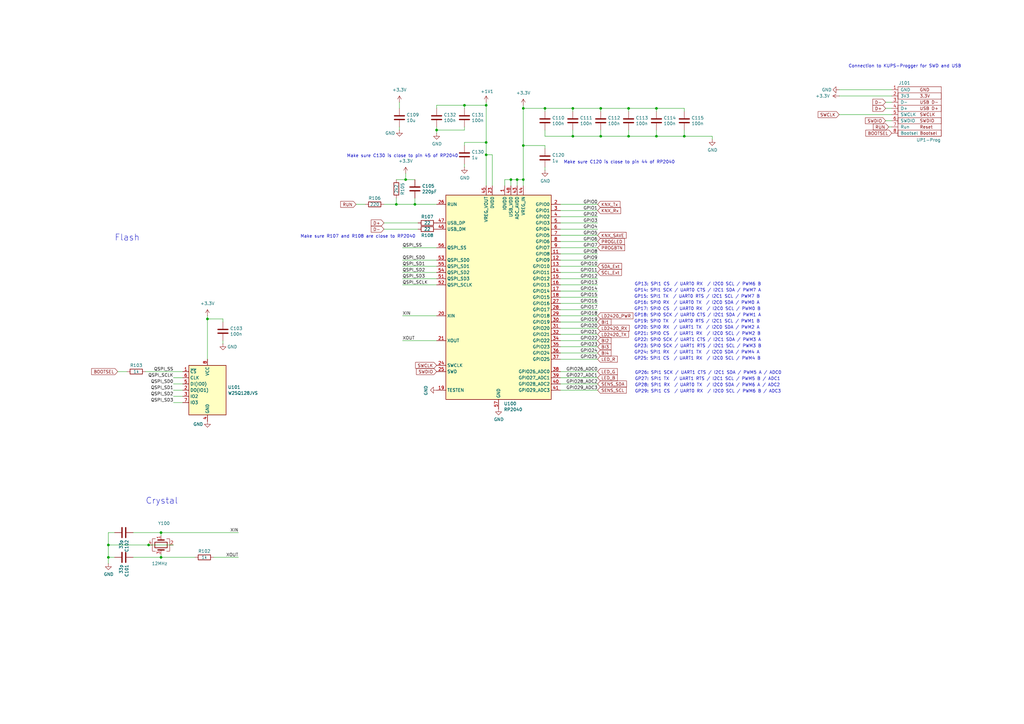
<source format=kicad_sch>
(kicad_sch (version 20231120) (generator "eeschema") (generator_version "8.0")
  (paper "A3")
  (title_block (title "UP1-PM-HF") (date "2025-02-05") (rev "V00.10") (company "OpenKNX") (comment 1 "by Ing-Dom <dom@ing-dom.de>") (comment 2 "OpenKNX Open Hardware under CC BY-NC-SA 4.0") (comment 3 "UP1-Präsenzmelder+") (comment 4 "http://device.OpenKNX.de/UP1-PM-HF"))
  (lib_symbols
    (symbol "Device:C" (pin_numbers hide) (pin_names (offset 0.254))
      (property "Reference" "C" (at 0.635 2.54 0))
      (property "Value" "C" (at 0.635 -2.54 0))
      (symbol "C_0_1"
        (polyline (pts (xy -2.032 -0.762) (xy 2.032 -0.762)) (stroke (width 0.508)))
        (polyline (pts (xy -2.032 0.762) (xy 2.032 0.762)) (stroke (width 0.508)))
      )
      (symbol "C_1_1"
        (pin passive line (at 0 3.81 270) (length 2.794) (name "~") (number "1"))
        (pin passive line (at 0 -3.81 90) (length 2.794) (name "~") (number "2"))
      )
    )
    (symbol "Device:Crystal_GND24" (pin_names (offset 1.016) hide)
      (property "Reference" "Y" (at 3.175 5.08 0))
      (property "Value" "Crystal_GND24" (at 3.175 3.175 0))
      (symbol "Crystal_GND24_0_1"
        (rectangle (start -1.143 2.54) (end 1.143 -2.54) (stroke (width 0.3048)))
        (polyline (pts (xy -2.54 0) (xy -2.032 0)))
        (polyline (pts (xy -2.032 -1.27) (xy -2.032 1.27)) (stroke (width 0.508)))
        (polyline (pts (xy 0 -3.81) (xy 0 -3.556)))
        (polyline (pts (xy 0 3.556) (xy 0 3.81)))
        (polyline (pts (xy 2.032 -1.27) (xy 2.032 1.27)) (stroke (width 0.508)))
        (polyline (pts (xy 2.032 0) (xy 2.54 0)))
        (polyline (pts (xy -2.54 -2.286) (xy -2.54 -3.556) (xy 2.54 -3.556) (xy 2.54 -2.286)))
        (polyline (pts (xy -2.54 2.286) (xy -2.54 3.556) (xy 2.54 3.556) (xy 2.54 2.286)))
      )
      (symbol "Crystal_GND24_1_1"
        (pin passive line (at -3.81 0 0) (length 1.27) (name "1") (number "1"))
        (pin passive line (at 0 5.08 270) (length 1.27) (name "2") (number "2"))
        (pin passive line (at 3.81 0 180) (length 1.27) (name "3") (number "3"))
        (pin passive line (at 0 -5.08 90) (length 1.27) (name "4") (number "4"))
      )
    )
    (symbol "Device:R" (pin_numbers hide) (pin_names (offset 0))
      (property "Reference" "R" (at 2.032 0 90))
      (property "Value" "R" (at 0 0 90))
      (symbol "R_0_1"
        (rectangle (start -1.016 -2.54) (end 1.016 2.54) (stroke (width 0.254)))
      )
      (symbol "R_1_1"
        (pin passive line (at 0 3.81 270) (length 1.27) (name "~") (number "1"))
        (pin passive line (at 0 -3.81 90) (length 1.27) (name "~") (number "2"))
      )
    )
    (symbol "MCU_RaspberryPi:RP2040"
      (property "Reference" "U" (at 17.78 45.72 0))
      (property "Value" "RP2040" (at 17.78 43.18 0))
      (symbol "RP2040_0_1"
        (rectangle (start -21.59 41.91) (end 21.59 -41.91) (stroke (width 0.254)) (fill (type background)))
      )
      (symbol "RP2040_1_1"
        (pin power_in line (at 2.54 45.72 270) (length 3.81) (name "IOVDD") (number "1"))
        (pin passive line (at 2.54 45.72 270) (length 3.81) hide (name "IOVDD") (number "10"))
        (pin bidirectional line (at 25.4 17.78 180) (length 3.81) (name "GPIO8") (number "11"))
        (pin bidirectional line (at 25.4 15.24 180) (length 3.81) (name "GPIO9") (number "12"))
        (pin bidirectional line (at 25.4 12.7 180) (length 3.81) (name "GPIO10") (number "13"))
        (pin bidirectional line (at 25.4 10.16 180) (length 3.81) (name "GPIO11") (number "14"))
        (pin bidirectional line (at 25.4 7.62 180) (length 3.81) (name "GPIO12") (number "15"))
        (pin bidirectional line (at 25.4 5.08 180) (length 3.81) (name "GPIO13") (number "16"))
        (pin bidirectional line (at 25.4 2.54 180) (length 3.81) (name "GPIO14") (number "17"))
        (pin bidirectional line (at 25.4 0 180) (length 3.81) (name "GPIO15") (number "18"))
        (pin input line (at -25.4 -38.1 0) (length 3.81) (name "TESTEN") (number "19"))
        (pin bidirectional line (at 25.4 38.1 180) (length 3.81) (name "GPIO0") (number "2"))
        (pin input line (at -25.4 -7.62 0) (length 3.81) (name "XIN") (number "20"))
        (pin passive line (at -25.4 -17.78 0) (length 3.81) (name "XOUT") (number "21"))
        (pin passive line (at 2.54 45.72 270) (length 3.81) hide (name "IOVDD") (number "22"))
        (pin power_in line (at -2.54 45.72 270) (length 3.81) (name "DVDD") (number "23"))
        (pin input line (at -25.4 -27.94 0) (length 3.81) (name "SWCLK") (number "24"))
        (pin bidirectional line (at -25.4 -30.48 0) (length 3.81) (name "SWD") (number "25"))
        (pin input line (at -25.4 38.1 0) (length 3.81) (name "RUN") (number "26"))
        (pin bidirectional line (at 25.4 -2.54 180) (length 3.81) (name "GPIO16") (number "27"))
        (pin bidirectional line (at 25.4 -5.08 180) (length 3.81) (name "GPIO17") (number "28"))
        (pin bidirectional line (at 25.4 -7.62 180) (length 3.81) (name "GPIO18") (number "29"))
        (pin bidirectional line (at 25.4 35.56 180) (length 3.81) (name "GPIO1") (number "3"))
        (pin bidirectional line (at 25.4 -10.16 180) (length 3.81) (name "GPIO19") (number "30"))
        (pin bidirectional line (at 25.4 -12.7 180) (length 3.81) (name "GPIO20") (number "31"))
        (pin bidirectional line (at 25.4 -15.24 180) (length 3.81) (name "GPIO21") (number "32"))
        (pin passive line (at 2.54 45.72 270) (length 3.81) hide (name "IOVDD") (number "33"))
        (pin bidirectional line (at 25.4 -17.78 180) (length 3.81) (name "GPIO22") (number "34"))
        (pin bidirectional line (at 25.4 -20.32 180) (length 3.81) (name "GPIO23") (number "35"))
        (pin bidirectional line (at 25.4 -22.86 180) (length 3.81) (name "GPIO24") (number "36"))
        (pin bidirectional line (at 25.4 -25.4 180) (length 3.81) (name "GPIO25") (number "37"))
        (pin bidirectional line (at 25.4 -30.48 180) (length 3.81) (name "GPIO26_ADC0") (number "38"))
        (pin bidirectional line (at 25.4 -33.02 180) (length 3.81) (name "GPIO27_ADC1") (number "39"))
        (pin bidirectional line (at 25.4 33.02 180) (length 3.81) (name "GPIO2") (number "4"))
        (pin bidirectional line (at 25.4 -35.56 180) (length 3.81) (name "GPIO28_ADC2") (number "40"))
        (pin bidirectional line (at 25.4 -38.1 180) (length 3.81) (name "GPIO29_ADC3") (number "41"))
        (pin passive line (at 2.54 45.72 270) (length 3.81) hide (name "IOVDD") (number "42"))
        (pin power_in line (at 7.62 45.72 270) (length 3.81) (name "ADC_AVDD") (number "43"))
        (pin power_in line (at 10.16 45.72 270) (length 3.81) (name "VREG_IN") (number "44"))
        (pin power_out line (at -5.08 45.72 270) (length 3.81) (name "VREG_VOUT") (number "45"))
        (pin bidirectional line (at -25.4 27.94 0) (length 3.81) (name "USB_DM") (number "46"))
        (pin bidirectional line (at -25.4 30.48 0) (length 3.81) (name "USB_DP") (number "47"))
        (pin power_in line (at 5.08 45.72 270) (length 3.81) (name "USB_VDD") (number "48"))
        (pin passive line (at 2.54 45.72 270) (length 3.81) hide (name "IOVDD") (number "49"))
        (pin bidirectional line (at 25.4 30.48 180) (length 3.81) (name "GPIO3") (number "5"))
        (pin passive line (at -2.54 45.72 270) (length 3.81) hide (name "DVDD") (number "50"))
        (pin bidirectional line (at -25.4 7.62 0) (length 3.81) (name "QSPI_SD3") (number "51"))
        (pin output line (at -25.4 5.08 0) (length 3.81) (name "QSPI_SCLK") (number "52"))
        (pin bidirectional line (at -25.4 15.24 0) (length 3.81) (name "QSPI_SD0") (number "53"))
        (pin bidirectional line (at -25.4 10.16 0) (length 3.81) (name "QSPI_SD2") (number "54"))
        (pin bidirectional line (at -25.4 12.7 0) (length 3.81) (name "QSPI_SD1") (number "55"))
        (pin bidirectional line (at -25.4 20.32 0) (length 3.81) (name "QSPI_SS") (number "56"))
        (pin power_in line (at 0 -45.72 90) (length 3.81) (name "GND") (number "57"))
        (pin bidirectional line (at 25.4 27.94 180) (length 3.81) (name "GPIO4") (number "6"))
        (pin bidirectional line (at 25.4 25.4 180) (length 3.81) (name "GPIO5") (number "7"))
        (pin bidirectional line (at 25.4 22.86 180) (length 3.81) (name "GPIO6") (number "8"))
        (pin bidirectional line (at 25.4 20.32 180) (length 3.81) (name "GPIO7") (number "9"))
      )
    )
    (symbol "Memory_Flash:W25Q128JVS"
      (property "Reference" "U" (at -6.35 11.43 0))
      (property "Value" "W25Q128JVS" (at 7.62 11.43 0))
      (symbol "W25Q128JVS_0_1"
        (rectangle (start -7.62 10.16) (end 7.62 -10.16) (stroke (width 0.254)) (fill (type background)))
      )
      (symbol "W25Q128JVS_1_1"
        (pin input line (at -10.16 7.62 0) (length 2.54) (name "~{CS}") (number "1"))
        (pin bidirectional line (at -10.16 0 0) (length 2.54) (name "DO(IO1)") (number "2"))
        (pin bidirectional line (at -10.16 -2.54 0) (length 2.54) (name "IO2") (number "3"))
        (pin power_in line (at 0 -12.7 90) (length 2.54) (name "GND") (number "4"))
        (pin bidirectional line (at -10.16 2.54 0) (length 2.54) (name "DI(IO0)") (number "5"))
        (pin input line (at -10.16 5.08 0) (length 2.54) (name "CLK") (number "6"))
        (pin bidirectional line (at -10.16 -5.08 0) (length 2.54) (name "IO3") (number "7"))
        (pin power_in line (at 0 12.7 270) (length 2.54) (name "VCC") (number "8"))
      )
    )
    (symbol "OpenKNX:OpenKNX_UP1_Prog_Connector" (pin_names (offset 1.016))
      (property "Reference" "J" (at 10.16 13.97 0))
      (property "Value" "UP1_Prog_Connector" (at 1.27 -13.97 0))
      (symbol "OpenKNX_UP1_Prog_Connector_0_0"
        (rectangle (start -5.08 -5.08) (end 12.7 -7.62))
        (rectangle (start -5.08 0) (end 12.7 -2.54))
        (rectangle (start -5.08 5.08) (end 12.7 2.54))
        (rectangle (start -5.08 10.16) (end 12.7 7.62))
        (rectangle (start -5.08 12.7) (end 12.7 -7.62))
      )
      (symbol "OpenKNX_UP1_Prog_Connector_1_0"
        (text "3.3V" (at 3.81 8.89 0) (effects (font (size 1.27 1.27)) (justify right)))
        (text "Bootsel" (at 3.81 -6.35 0) (effects (font (size 1.27 1.27)) (justify right)))
        (text "GND" (at 3.81 11.43 0) (effects (font (size 1.27 1.27)) (justify right)))
        (text "Reset" (at 3.81 -3.81 0) (effects (font (size 1.27 1.27)) (justify right)))
        (text "SWCLK" (at 3.81 1.27 0) (effects (font (size 1.27 1.27)) (justify right)))
        (text "SWDIO" (at 3.81 -1.27 0) (effects (font (size 1.27 1.27)) (justify right)))
        (text "USB D+" (at 3.81 3.81 0) (effects (font (size 1.27 1.27)) (justify right)))
        (text "USB D-" (at 3.81 6.35 0) (effects (font (size 1.27 1.27)) (justify right)))
      )
      (symbol "OpenKNX_UP1_Prog_Connector_1_1"
        (pin bidirectional line (at 15.24 11.43 180) (length 2.54) (name "GND") (number "1"))
        (pin bidirectional line (at 15.24 8.89 180) (length 2.54) (name "3V3") (number "2"))
        (pin bidirectional line (at 15.24 6.35 180) (length 2.54) (name "D-") (number "3"))
        (pin bidirectional line (at 15.24 3.81 180) (length 2.54) (name "D+") (number "4"))
        (pin bidirectional line (at 15.24 1.27 180) (length 2.54) (name "SWCLK") (number "5"))
        (pin bidirectional line (at 15.24 -1.27 180) (length 2.54) (name "SWDIO") (number "6"))
        (pin bidirectional line (at 15.24 -3.81 180) (length 2.54) (name "Run") (number "7"))
        (pin power_out line (at 15.24 -6.35 180) (length 2.54) (name "Bootsel") (number "8"))
      )
    )
    (symbol "power:+1V1" (power) (pin_numbers hide) (pin_names (offset 0) hide)
      (property "Value" "+1V1" (at 0 3.556 0))
      (symbol "+1V1_0_1"
        (polyline (pts (xy -0.762 1.27) (xy 0 2.54)))
        (polyline (pts (xy 0 0) (xy 0 2.54)))
        (polyline (pts (xy 0 2.54) (xy 0.762 1.27)))
      )
      (symbol "+1V1_1_1"
        (pin power_in line (at 0 0 90) (length 0) (name "~") (number "1"))
      )
    )
    (symbol "power:+3.3V" (power) (pin_numbers hide) (pin_names (offset 0) hide)
      (property "Value" "+3.3V" (at 0 3.556 0))
      (symbol "+3.3V_0_1"
        (polyline (pts (xy -0.762 1.27) (xy 0 2.54)))
        (polyline (pts (xy 0 0) (xy 0 2.54)))
        (polyline (pts (xy 0 2.54) (xy 0.762 1.27)))
      )
      (symbol "+3.3V_1_1"
        (pin power_in line (at 0 0 90) (length 0) (name "~") (number "1"))
      )
    )
    (symbol "power:GND" (power) (pin_numbers hide) (pin_names (offset 0) hide)
      (property "Value" "GND" (at 0 -3.81 0))
      (symbol "GND_0_1"
        (polyline (pts (xy 0 0) (xy 0 -1.27) (xy 1.27 -1.27) (xy 0 -2.54) (xy -1.27 -1.27) (xy 0 -1.27)))
      )
      (symbol "GND_1_1"
        (pin power_in line (at 0 0 270) (length 0) (name "~") (number "1"))
      )
    )
  )
  (junction (at 66.04 218.44))
  (junction (at 179.07 53.34))
  (junction (at 223.52 44.45))
  (junction (at 199.39 63.5))
  (junction (at 214.63 44.45))
  (junction (at 269.24 55.88))
  (junction (at 234.95 44.45))
  (junction (at 66.04 228.6))
  (junction (at 257.81 44.45))
  (junction (at 162.56 83.82))
  (junction (at 212.09 73.66))
  (junction (at 214.63 59.69))
  (junction (at 199.39 58.42))
  (junction (at 257.81 55.88))
  (junction (at 166.37 73.66))
  (junction (at 85.09 130.81))
  (junction (at 44.45 223.52))
  (junction (at 234.95 55.88))
  (junction (at 170.18 83.82))
  (junction (at 199.39 43.18))
  (junction (at 269.24 44.45))
  (junction (at 190.5 43.18))
  (junction (at 214.63 73.66))
  (junction (at 60.96 223.52))
  (junction (at 246.38 55.88))
  (junction (at 246.38 44.45))
  (junction (at 280.67 55.88))
  (junction (at 209.55 73.66))
  (junction (at 44.45 228.6))
  (wire (pts (xy 71.12 223.52) (xy 60.96 223.52)))
  (wire (pts (xy 229.87 132.08) (xy 245.11 132.08)))
  (wire (pts (xy 229.87 142.24) (xy 245.11 142.24)))
  (wire (pts (xy 199.39 58.42) (xy 199.39 63.5)))
  (wire (pts (xy 46.99 218.44) (xy 44.45 218.44)))
  (wire (pts (xy 48.26 152.4) (xy 52.07 152.4)))
  (wire (pts (xy 229.87 104.14) (xy 245.11 104.14)))
  (wire (pts (xy 46.99 228.6) (xy 44.45 228.6)))
  (wire (pts (xy 229.87 129.54) (xy 245.11 129.54)))
  (wire (pts (xy 344.17 46.99) (xy 365.76 46.99)))
  (wire (pts (xy 280.67 45.72) (xy 280.67 44.45)))
  (wire (pts (xy 87.63 228.6) (xy 97.79 228.6)))
  (wire (pts (xy 199.39 43.18) (xy 199.39 58.42)))
  (wire (pts (xy 166.37 71.12) (xy 166.37 73.66)))
  (wire (pts (xy 363.22 49.53) (xy 365.76 49.53)))
  (wire (pts (xy 157.48 83.82) (xy 162.56 83.82)))
  (wire (pts (xy 44.45 223.52) (xy 44.45 228.6)))
  (wire (pts (xy 229.87 83.82) (xy 245.11 83.82)))
  (wire (pts (xy 280.67 53.34) (xy 280.67 55.88)))
  (wire (pts (xy 234.95 53.34) (xy 234.95 55.88)))
  (wire (pts (xy 190.5 59.69) (xy 190.5 58.42)))
  (wire (pts (xy 146.05 83.82) (xy 149.86 83.82)))
  (wire (pts (xy 229.87 127) (xy 245.11 127)))
  (wire (pts (xy 179.07 53.34) (xy 190.5 53.34)))
  (wire (pts (xy 363.22 44.45) (xy 365.76 44.45)))
  (wire (pts (xy 214.63 44.45) (xy 214.63 59.69)))
  (wire (pts (xy 257.81 44.45) (xy 269.24 44.45)))
  (wire (pts (xy 71.12 160.02) (xy 74.93 160.02)))
  (wire (pts (xy 229.87 96.52) (xy 245.11 96.52)))
  (wire (pts (xy 162.56 83.82) (xy 170.18 83.82)))
  (wire (pts (xy 170.18 81.28) (xy 170.18 83.82)))
  (wire (pts (xy 229.87 99.06) (xy 245.11 99.06)))
  (wire (pts (xy 71.12 157.48) (xy 74.93 157.48)))
  (wire (pts (xy 229.87 93.98) (xy 245.11 93.98)))
  (wire (pts (xy 85.09 130.81) (xy 85.09 147.32)))
  (wire (pts (xy 234.95 44.45) (xy 246.38 44.45)))
  (wire (pts (xy 229.87 91.44) (xy 245.11 91.44)))
  (wire (pts (xy 162.56 81.28) (xy 162.56 83.82)))
  (wire (pts (xy 171.45 93.98) (xy 157.48 93.98)))
  (wire (pts (xy 166.37 73.66) (xy 162.56 73.66)))
  (wire (pts (xy 179.07 44.45) (xy 179.07 43.18)))
  (wire (pts (xy 190.5 67.31) (xy 190.5 68.58)))
  (wire (pts (xy 229.87 111.76) (xy 245.11 111.76)))
  (wire (pts (xy 71.12 162.56) (xy 74.93 162.56)))
  (wire (pts (xy 201.93 76.2) (xy 201.93 63.5)))
  (wire (pts (xy 229.87 106.68) (xy 245.11 106.68)))
  (wire (pts (xy 344.17 36.83) (xy 365.76 36.83)))
  (wire (pts (xy 165.1 114.3) (xy 179.07 114.3)))
  (wire (pts (xy 344.17 39.37) (xy 365.76 39.37)))
  (wire (pts (xy 179.07 43.18) (xy 190.5 43.18)))
  (wire (pts (xy 229.87 137.16) (xy 245.11 137.16)))
  (wire (pts (xy 229.87 88.9) (xy 245.11 88.9)))
  (wire (pts (xy 280.67 55.88) (xy 269.24 55.88)))
  (wire (pts (xy 269.24 44.45) (xy 280.67 44.45)))
  (wire (pts (xy 190.5 53.34) (xy 190.5 52.07)))
  (wire (pts (xy 246.38 55.88) (xy 234.95 55.88)))
  (wire (pts (xy 71.12 165.1) (xy 74.93 165.1)))
  (wire (pts (xy 229.87 157.48) (xy 245.11 157.48)))
  (wire (pts (xy 201.93 63.5) (xy 199.39 63.5)))
  (wire (pts (xy 91.44 130.81) (xy 85.09 130.81)))
  (wire (pts (xy 229.87 116.84) (xy 245.11 116.84)))
  (wire (pts (xy 199.39 63.5) (xy 199.39 76.2)))
  (wire (pts (xy 59.69 152.4) (xy 74.93 152.4)))
  (wire (pts (xy 54.61 218.44) (xy 66.04 218.44)))
  (wire (pts (xy 229.87 119.38) (xy 245.11 119.38)))
  (wire (pts (xy 269.24 53.34) (xy 269.24 55.88)))
  (wire (pts (xy 229.87 152.4) (xy 245.11 152.4)))
  (wire (pts (xy 179.07 101.6) (xy 165.1 101.6)))
  (wire (pts (xy 66.04 219.71) (xy 66.04 218.44)))
  (wire (pts (xy 229.87 124.46) (xy 245.11 124.46)))
  (wire (pts (xy 207.01 73.66) (xy 209.55 73.66)))
  (wire (pts (xy 223.52 68.58) (xy 223.52 69.85)))
  (wire (pts (xy 44.45 218.44) (xy 44.45 223.52)))
  (wire (pts (xy 190.5 43.18) (xy 199.39 43.18)))
  (wire (pts (xy 212.09 73.66) (xy 214.63 73.66)))
  (wire (pts (xy 223.52 53.34) (xy 223.52 55.88)))
  (wire (pts (xy 60.96 223.52) (xy 44.45 223.52)))
  (wire (pts (xy 246.38 44.45) (xy 257.81 44.45)))
  (wire (pts (xy 363.22 41.91) (xy 365.76 41.91)))
  (wire (pts (xy 269.24 55.88) (xy 257.81 55.88)))
  (wire (pts (xy 66.04 227.33) (xy 66.04 228.6)))
  (wire (pts (xy 229.87 147.32) (xy 245.11 147.32)))
  (wire (pts (xy 207.01 76.2) (xy 207.01 73.66)))
  (wire (pts (xy 91.44 139.7) (xy 91.44 140.97)))
  (wire (pts (xy 165.1 109.22) (xy 179.07 109.22)))
  (wire (pts (xy 165.1 129.54) (xy 179.07 129.54)))
  (wire (pts (xy 229.87 144.78) (xy 245.11 144.78)))
  (wire (pts (xy 269.24 45.72) (xy 269.24 44.45)))
  (wire (pts (xy 165.1 106.68) (xy 179.07 106.68)))
  (wire (pts (xy 54.61 228.6) (xy 66.04 228.6)))
  (wire (pts (xy 66.04 218.44) (xy 97.79 218.44)))
  (wire (pts (xy 214.63 43.18) (xy 214.63 44.45)))
  (wire (pts (xy 229.87 160.02) (xy 245.11 160.02)))
  (wire (pts (xy 214.63 59.69) (xy 223.52 59.69)))
  (wire (pts (xy 229.87 139.7) (xy 245.11 139.7)))
  (wire (pts (xy 179.07 116.84) (xy 165.1 116.84)))
  (wire (pts (xy 91.44 132.08) (xy 91.44 130.81)))
  (wire (pts (xy 209.55 73.66) (xy 209.55 76.2)))
  (wire (pts (xy 280.67 55.88) (xy 292.1 55.88)))
  (wire (pts (xy 44.45 228.6) (xy 44.45 231.14)))
  (wire (pts (xy 364.49 52.07) (xy 365.76 52.07)))
  (wire (pts (xy 85.09 129.54) (xy 85.09 130.81)))
  (wire (pts (xy 229.87 86.36) (xy 245.11 86.36)))
  (wire (pts (xy 165.1 111.76) (xy 179.07 111.76)))
  (wire (pts (xy 190.5 44.45) (xy 190.5 43.18)))
  (wire (pts (xy 223.52 45.72) (xy 223.52 44.45)))
  (wire (pts (xy 212.09 73.66) (xy 212.09 76.2)))
  (wire (pts (xy 163.83 52.07) (xy 163.83 53.34)))
  (wire (pts (xy 229.87 154.94) (xy 245.11 154.94)))
  (wire (pts (xy 223.52 60.96) (xy 223.52 59.69)))
  (wire (pts (xy 71.12 154.94) (xy 74.93 154.94)))
  (wire (pts (xy 234.95 45.72) (xy 234.95 44.45)))
  (wire (pts (xy 209.55 73.66) (xy 212.09 73.66)))
  (wire (pts (xy 171.45 91.44) (xy 157.48 91.44)))
  (wire (pts (xy 229.87 114.3) (xy 245.11 114.3)))
  (wire (pts (xy 229.87 101.6) (xy 245.11 101.6)))
  (wire (pts (xy 229.87 134.62) (xy 245.11 134.62)))
  (wire (pts (xy 199.39 41.91) (xy 199.39 43.18)))
  (wire (pts (xy 190.5 58.42) (xy 199.39 58.42)))
  (wire (pts (xy 292.1 55.88) (xy 292.1 57.15)))
  (wire (pts (xy 214.63 73.66) (xy 214.63 76.2)))
  (wire (pts (xy 170.18 83.82) (xy 179.07 83.82)))
  (wire (pts (xy 257.81 55.88) (xy 246.38 55.88)))
  (wire (pts (xy 229.87 109.22) (xy 245.11 109.22)))
  (wire (pts (xy 257.81 45.72) (xy 257.81 44.45)))
  (wire (pts (xy 214.63 44.45) (xy 223.52 44.45)))
  (wire (pts (xy 179.07 52.07) (xy 179.07 53.34)))
  (wire (pts (xy 246.38 53.34) (xy 246.38 55.88)))
  (wire (pts (xy 229.87 121.92) (xy 245.11 121.92)))
  (wire (pts (xy 163.83 41.91) (xy 163.83 44.45)))
  (wire (pts (xy 214.63 59.69) (xy 214.63 73.66)))
  (wire (pts (xy 234.95 55.88) (xy 223.52 55.88)))
  (wire (pts (xy 257.81 53.34) (xy 257.81 55.88)))
  (wire (pts (xy 179.07 53.34) (xy 179.07 54.61)))
  (wire (pts (xy 179.07 139.7) (xy 165.1 139.7)))
  (wire (pts (xy 170.18 73.66) (xy 166.37 73.66)))
  (wire (pts (xy 246.38 45.72) (xy 246.38 44.45)))
  (wire (pts (xy 223.52 44.45) (xy 234.95 44.45)))
  (wire (pts (xy 66.04 228.6) (xy 80.01 228.6)))
  (text "GP26: SPI1 SCK / UART1 CTS / I2C1 SDA / PWM5 A / ADC0" (at 260.35 153.67 0) (effects (font (size 1.27 1.27)) (justify left bottom)))
  (text "Make sure C130 is close to pin 45 of RP2040" (at 142.24 64.77 0) (effects (font (size 1.27 1.27)) (justify left bottom)))
  (text "GP24: SPI1 RX  / UART1 TX  / I2C0 SDA / PWM4 A" (at 260.096 145.288 0) (effects (font (size 1.27 1.27)) (justify left bottom)))
  (text "GP14: SPI1 SCK / UART0 CTS / I2C1 SDA / PWM7 A" (at 260.096 119.888 0) (effects (font (size 1.27 1.27)) (justify left bottom)))
  (text "GP25: SPI1 CS  / UART1 RX  / I2C0 SCL / PWM4 B" (at 260.096 147.828 0) (effects (font (size 1.27 1.27)) (justify left bottom)))
  (text "Flash" (at 46.99 99.06 0) (effects (font (size 2.54 2.54)) (justify left bottom)))
  (text "GP19: SPI0 TX  / UART0 RTS / I2C1 SCL / PWM1 B" (at 260.096 132.588 0) (effects (font (size 1.27 1.27)) (justify left bottom)))
  (text "Crystal" (at 59.69 207.01 0) (effects (font (size 2.54 2.54)) (justify left bottom)))
  (text "GP29: SPI1 CS  / UART0 RX  / I2C0 SCL / PWM6 B / ADC3" (at 260.35 161.29 0) (effects (font (size 1.27 1.27)) (justify left bottom)))
  (text "GP20: SPI0 RX  / UART1 TX  / I2C0 SDA / PWM2 A" (at 260.096 135.128 0) (effects (font (size 1.27 1.27)) (justify left bottom)))
  (text "GP13: SPI1 CS  / UART0 RX  / I2C0 SCL / PWM6 B" (at 312.166 117.348 0) (effects (font (size 1.27 1.27)) (justify right bottom)))
  (text "GP21: SPI0 CS  / UART1 RX  / I2C0 SCL / PWM2 B" (at 260.096 137.668 0) (effects (font (size 1.27 1.27)) (justify left bottom)))
  (text "GP17: SPI0 CS  / UART0 RX  / I2C0 SCL / PWM0 B" (at 260.096 127.508 0) (effects (font (size 1.27 1.27)) (justify left bottom)))
  (text "GP16: SPI0 RX  / UART0 TX  / I2C0 SDA / PWM0 A" (at 260.096 124.968 0) (effects (font (size 1.27 1.27)) (justify left bottom)))
  (text "GP23: SPI0 SCK / UART1 RTS / I2C1 SCL / PWM3 B" (at 260.096 142.748 0) (effects (font (size 1.27 1.27)) (justify left bottom)))
  (text "Connection to KUPS-Progger for SWD and USB" (at 347.98 27.94 0) (effects (font (size 1.27 1.27)) (justify left bottom)))
  (text "GP15: SPI1 TX  / UART0 RTS / I2C1 SCL / PWM7 B" (at 260.096 122.428 0) (effects (font (size 1.27 1.27)) (justify left bottom)))
  (text "GP28: SPI1 RX  / UART0 TX  / I2C0 SDA / PWM6 A / ADC2" (at 260.35 158.75 0) (effects (font (size 1.27 1.27)) (justify left bottom)))
  (text "Make sure C120 is close to pin 44 of RP2040" (at 231.14 67.31 0) (effects (font (size 1.27 1.27)) (justify left bottom)))
  (text "GP18: SPI0 SCK / UART0 CTS / I2C1 SDA / PWM1 A" (at 260.096 130.048 0) (effects (font (size 1.27 1.27)) (justify left bottom)))
  (text "GP27: SPI1 TX  / UART1 RTS / I2C1 SCL / PWM5 B / ADC1" (at 260.35 156.21 0) (effects (font (size 1.27 1.27)) (justify left bottom)))
  (text "GP22: SPI0 SCK / UART1 CTS / I2C1 SDA / PWM3 A" (at 260.096 140.208 0) (effects (font (size 1.27 1.27)) (justify left bottom)))
  (text "Make sure R107 and R108 are close to RP2040" (at 123.19 97.79 0) (effects (font (size 1.27 1.27)) (justify left bottom)))
  (label "GPIO21" (at 245.11 137.16 180))
  (label "GPIO26_ADC0" (at 245.11 152.4 180))
  (label "XOUT" (at 165.1 139.7 0))
  (label "GPIO28_ADC2" (at 245.11 157.48 180))
  (label "GPIO20" (at 245.11 134.62 180))
  (label "XIN" (at 97.79 218.44 180))
  (label "QSPI_SS" (at 165.1 101.6 0))
  (label "GPIO16" (at 245.11 124.46 180))
  (label "QSPI_SD0" (at 165.1 106.68 0))
  (label "QSPI_SCLK" (at 71.12 154.94 180))
  (label "GPIO0" (at 245.11 83.82 180))
  (label "GPIO2" (at 245.11 88.9 180))
  (label "GPIO27_ADC1" (at 245.11 154.94 180))
  (label "QSPI_SD3" (at 71.12 165.1 180))
  (label "GPIO22" (at 245.11 139.7 180))
  (label "QSPI_SS" (at 71.12 152.4 180))
  (label "QSPI_SD1" (at 165.1 109.22 0))
  (label "GPIO9" (at 245.11 106.68 180))
  (label "GPIO13" (at 245.11 116.84 180))
  (label "QSPI_SD2" (at 165.1 111.76 0))
  (label "XIN" (at 165.1 129.54 0))
  (label "GPIO17" (at 245.11 127 180))
  (label "GPIO12" (at 245.11 114.3 180))
  (label "GPIO8" (at 245.11 104.14 180))
  (label "XOUT" (at 97.79 228.6 180))
  (label "GPIO23" (at 245.11 142.24 180))
  (label "GPIO11" (at 245.11 111.76 180))
  (label "GPIO18" (at 245.11 129.54 180))
  (label "GPIO19" (at 245.11 132.08 180))
  (label "QSPI_SD2" (at 71.12 162.56 180))
  (label "GPIO1" (at 245.11 86.36 180))
  (label "QSPI_SCLK" (at 165.1 116.84 0))
  (label "QSPI_SD1" (at 71.12 160.02 180))
  (label "GPIO15" (at 245.11 121.92 180))
  (label "QSPI_SD3" (at 165.1 114.3 0))
  (label "QSPI_SD0" (at 71.12 157.48 180))
  (label "GPIO24" (at 245.11 144.78 180))
  (label "GPIO5" (at 245.11 96.52 180))
  (label "GPIO14" (at 245.11 119.38 180))
  (label "GPIO6" (at 245.11 99.06 180))
  (label "GPIO25" (at 245.11 147.32 180))
  (label "GPIO10" (at 245.11 109.22 180))
  (label "GPIO4" (at 245.11 93.98 180))
  (label "GPIO3" (at 245.11 91.44 180))
  (label "GPIO7" (at 245.11 101.6 180))
  (label "GPIO29_ADC3" (at 245.11 160.02 180))
  (global_label "D-" (shape input) (at 157.48 93.98 180) (property "Intersheetrefs" "${INTERSHEET_REFS}" (effects (hide yes))))
  (global_label "LD2420_PWR" (shape input) (at 245.11 129.54 0) (property "Intersheetrefs" "${INTERSHEET_REFS}" (effects (hide yes))))
  (global_label "BI3" (shape input) (at 245.11 142.24 0) (property "Intersheetrefs" "${INTERSHEET_REFS}" (effects (hide yes))))
  (global_label "RUN" (shape input) (at 146.05 83.82 180) (property "Intersheetrefs" "${INTERSHEET_REFS}" (effects (hide yes))))
  (global_label "D+" (shape input) (at 157.48 91.44 180) (property "Intersheetrefs" "${INTERSHEET_REFS}" (effects (hide yes))))
  (global_label "D-" (shape input) (at 363.22 41.91 180) (property "Intersheetrefs" "${INTERSHEET_REFS}" (effects (hide yes))))
  (global_label "BI2" (shape input) (at 245.11 139.7 0) (property "Intersheetrefs" "${INTERSHEET_REFS}" (effects (hide yes))))
  (global_label "SDA_Ext" (shape input) (at 245.11 109.22 0) (property "Intersheetrefs" "${INTERSHEET_REFS}" (effects (hide yes))))
  (global_label "PROGLED" (shape input) (at 245.11 99.06 0) (property "Intersheetrefs" "${INTERSHEET_REFS}" (effects (hide yes))))
  (global_label "D+" (shape input) (at 363.22 44.45 180) (property "Intersheetrefs" "${INTERSHEET_REFS}" (effects (hide yes))))
  (global_label "SCL_Ext" (shape input) (at 245.11 111.76 0) (property "Intersheetrefs" "${INTERSHEET_REFS}" (effects (hide yes))))
  (global_label "SWDIO" (shape input) (at 179.07 152.4 180) (property "Intersheetrefs" "${INTERSHEET_REFS}" (effects (hide yes))))
  (global_label "BOOTSEL" (shape input) (at 365.76 54.61 180) (property "Intersheetrefs" "${INTERSHEET_REFS}" (effects (hide yes))))
  (global_label "LED_G" (shape input) (at 245.11 152.4 0) (property "Intersheetrefs" "${INTERSHEET_REFS}" (effects (hide yes))))
  (global_label "LED_R" (shape input) (at 245.11 147.32 0) (property "Intersheetrefs" "${INTERSHEET_REFS}" (effects (hide yes))))
  (global_label "PROGBTN" (shape input) (at 245.11 101.6 0) (property "Intersheetrefs" "${INTERSHEET_REFS}" (effects (hide yes))))
  (global_label "SENS_SCL" (shape input) (at 245.11 160.02 0) (property "Intersheetrefs" "${INTERSHEET_REFS}" (effects (hide yes))))
  (global_label "RUN" (shape input) (at 364.49 52.07 180) (property "Intersheetrefs" "${INTERSHEET_REFS}" (effects (hide yes))))
  (global_label "LD2420_RX" (shape input) (at 245.11 134.62 0) (property "Intersheetrefs" "${INTERSHEET_REFS}" (effects (hide yes))))
  (global_label "BOOTSEL" (shape input) (at 48.26 152.4 180) (property "Intersheetrefs" "${INTERSHEET_REFS}" (effects (hide yes))))
  (global_label "BI1" (shape input) (at 245.11 132.08 0) (property "Intersheetrefs" "${INTERSHEET_REFS}" (effects (hide yes))))
  (global_label "KNX_SAVE" (shape input) (at 245.11 96.52 0) (property "Intersheetrefs" "${INTERSHEET_REFS}" (effects (hide yes))))
  (global_label "LD2420_TX" (shape input) (at 245.11 137.16 0) (property "Intersheetrefs" "${INTERSHEET_REFS}" (effects (hide yes))))
  (global_label "SWDIO" (shape input) (at 363.22 49.53 180) (property "Intersheetrefs" "${INTERSHEET_REFS}" (effects (hide yes))))
  (global_label "KNX_Rx" (shape input) (at 245.11 86.36 0) (property "Intersheetrefs" "${INTERSHEET_REFS}" (effects (hide yes))))
  (global_label "SENS_SDA" (shape input) (at 245.11 157.48 0) (property "Intersheetrefs" "${INTERSHEET_REFS}" (effects (hide yes))))
  (global_label "SWCLK" (shape input) (at 344.17 46.99 180) (property "Intersheetrefs" "${INTERSHEET_REFS}" (effects (hide yes))))
  (global_label "LED_B" (shape input) (at 245.11 154.94 0) (property "Intersheetrefs" "${INTERSHEET_REFS}" (effects (hide yes))))
  (global_label "BI4" (shape input) (at 245.11 144.78 0) (property "Intersheetrefs" "${INTERSHEET_REFS}" (effects (hide yes))))
  (global_label "KNX_Tx" (shape input) (at 245.11 83.82 0) (property "Intersheetrefs" "${INTERSHEET_REFS}" (effects (hide yes))))
  (global_label "SWCLK" (shape input) (at 179.07 149.86 180) (property "Intersheetrefs" "${INTERSHEET_REFS}" (effects (hide yes))))
  (symbol (lib_id "Device:C") (at 50.8 218.44 270) (unit 1)
    (property "Reference" "C102" (at 51.9684 221.361 0) (effects (justify left)))
    (property "Value" "33p" (at 49.657 221.361 0) (effects (justify left)))
    (property "Footprint" "Capacitor_SMD:C_0402_1005Metric" (effects (hide yes)))
  )
  (symbol (lib_id "power:GND") (at 44.45 231.14 0) (unit 1)
    (property "Reference" "#PWR02" (effects (hide yes)))
    (property "Value" "GND" (at 44.577 235.5342 0))
    (property "Description" "Power symbol creates a global label with name \"GND\" , ground" (effects (hide yes)))
  )
  (symbol (lib_id "power:GND") (at 85.09 172.72 0) (unit 1)
    (property "Reference" "#PWR04" (effects (hide yes)))
    (property "Value" "GND" (at 81.28 173.99 0))
    (property "Description" "Power symbol creates a global label with name \"GND\" , ground" (effects (hide yes)))
  )
  (symbol (lib_id "Device:R") (at 55.88 152.4 270) (unit 1)
    (property "Reference" "R103" (at 55.88 149.86 90))
    (property "Value" "1k" (at 55.88 152.4 90))
    (property "Footprint" "Resistor_SMD:R_0402_1005Metric" (effects (hide yes)))
  )
  (symbol (lib_id "Device:C") (at 91.44 135.89 0) (unit 1)
    (property "Reference" "C103" (at 94.361 134.7216 0) (effects (justify left)))
    (property "Value" "100n" (at 94.361 137.033 0) (effects (justify left)))
    (property "Footprint" "Capacitor_SMD:C_0402_1005Metric" (effects (hide yes)))
  )
  (symbol (lib_id "power:GND") (at 91.44 140.97 0) (unit 1)
    (property "Reference" "#PWR05" (effects (hide yes)))
    (property "Value" "GND" (at 95.25 142.24 0))
    (property "Description" "Power symbol creates a global label with name \"GND\" , ground" (effects (hide yes)))
  )
  (symbol (lib_id "power:GND") (at 204.47 167.64 0) (unit 1)
    (property "Reference" "#PWR013" (effects (hide yes)))
    (property "Value" "GND" (at 204.597 172.0342 0))
    (property "Description" "Power symbol creates a global label with name \"GND\" , ground" (effects (hide yes)))
  )
  (symbol (lib_id "power:GND") (at 179.07 160.02 270) (unit 1)
    (property "Reference" "#PWR012" (effects (hide yes)))
    (property "Value" "GND" (at 174.6758 160.147 0))
    (property "Description" "Power symbol creates a global label with name \"GND\" , ground" (effects (hide yes)))
  )
  (symbol (lib_id "Device:R") (at 175.26 91.44 90) (unit 1)
    (property "Reference" "R107" (at 175.26 88.9 90))
    (property "Value" "22" (at 175.26 91.44 90))
    (property "Footprint" "Resistor_SMD:R_0402_1005Metric" (effects (hide yes)))
  )
  (symbol (lib_id "Device:R") (at 175.26 93.98 90) (unit 1)
    (property "Reference" "R108" (at 175.26 96.52 90))
    (property "Value" "22" (at 175.26 93.98 90))
    (property "Footprint" "Resistor_SMD:R_0402_1005Metric" (effects (hide yes)))
  )
  (symbol (lib_id "power:+1V1") (at 199.39 41.91 0) (unit 1)
    (property "Reference" "#PWR011" (effects (hide yes)))
    (property "Value" "+1V1" (at 199.771 37.5158 0))
    (property "Description" "Power symbol creates a global label with name \"+1V1\"" (effects (hide yes)))
  )
  (symbol (lib_id "Device:C") (at 223.52 49.53 0) (unit 1)
    (property "Reference" "C110" (at 226.441 48.3616 0) (effects (justify left)))
    (property "Value" "100n" (at 226.441 50.673 0) (effects (justify left)))
    (property "Footprint" "Capacitor_SMD:C_0402_1005Metric" (effects (hide yes)))
  )
  (symbol (lib_id "Device:C") (at 234.95 49.53 0) (unit 1)
    (property "Reference" "C111" (at 237.871 48.3616 0) (effects (justify left)))
    (property "Value" "100n" (at 237.871 50.673 0) (effects (justify left)))
    (property "Footprint" "Capacitor_SMD:C_0402_1005Metric" (effects (hide yes)))
  )
  (symbol (lib_id "Device:C") (at 246.38 49.53 0) (unit 1)
    (property "Reference" "C112" (at 249.301 48.3616 0) (effects (justify left)))
    (property "Value" "100n" (at 249.301 50.673 0) (effects (justify left)))
    (property "Footprint" "Capacitor_SMD:C_0402_1005Metric" (effects (hide yes)))
  )
  (symbol (lib_id "Device:C") (at 257.81 49.53 0) (unit 1)
    (property "Reference" "C113" (at 260.731 48.3616 0) (effects (justify left)))
    (property "Value" "100n" (at 260.731 50.673 0) (effects (justify left)))
    (property "Footprint" "Capacitor_SMD:C_0402_1005Metric" (effects (hide yes)))
  )
  (symbol (lib_id "Device:C") (at 269.24 49.53 0) (unit 1)
    (property "Reference" "C114" (at 272.161 48.3616 0) (effects (justify left)))
    (property "Value" "100n" (at 272.161 50.673 0) (effects (justify left)))
    (property "Footprint" "Capacitor_SMD:C_0402_1005Metric" (effects (hide yes)))
  )
  (symbol (lib_id "Device:C") (at 280.67 49.53 0) (unit 1)
    (property "Reference" "C115" (at 283.591 48.3616 0) (effects (justify left)))
    (property "Value" "100n" (at 283.591 50.673 0) (effects (justify left)))
    (property "Footprint" "Capacitor_SMD:C_0402_1005Metric" (effects (hide yes)))
  )
  (symbol (lib_id "Device:C") (at 179.07 48.26 0) (unit 1)
    (property "Reference" "C132" (at 181.991 47.0916 0) (effects (justify left)))
    (property "Value" "100n" (at 181.991 49.403 0) (effects (justify left)))
    (property "Footprint" "Capacitor_SMD:C_0402_1005Metric" (effects (hide yes)))
  )
  (symbol (lib_id "Device:C") (at 190.5 48.26 0) (unit 1)
    (property "Reference" "C131" (at 193.421 47.0916 0) (effects (justify left)))
    (property "Value" "100n" (at 193.421 49.403 0) (effects (justify left)))
    (property "Footprint" "Capacitor_SMD:C_0402_1005Metric" (effects (hide yes)))
  )
  (symbol (lib_id "Device:C") (at 190.5 63.5 0) (unit 1)
    (property "Reference" "C130" (at 193.421 62.3316 0) (effects (justify left)))
    (property "Value" "1u" (at 193.421 64.643 0) (effects (justify left)))
    (property "Footprint" "Capacitor_SMD:C_0402_1005Metric" (effects (hide yes)))
  )
  (symbol (lib_id "Device:C") (at 223.52 64.77 0) (unit 1)
    (property "Reference" "C120" (at 226.441 63.6016 0) (effects (justify left)))
    (property "Value" "1u" (at 226.441 65.913 0) (effects (justify left)))
    (property "Footprint" "Capacitor_SMD:C_0402_1005Metric" (effects (hide yes)))
  )
  (symbol (lib_id "power:GND") (at 292.1 57.15 0) (unit 1)
    (property "Reference" "#PWR016" (effects (hide yes)))
    (property "Value" "GND" (at 292.227 61.5442 0))
    (property "Description" "Power symbol creates a global label with name \"GND\" , ground" (effects (hide yes)))
  )
  (symbol (lib_id "power:GND") (at 179.07 54.61 0) (unit 1)
    (property "Reference" "#PWR09" (effects (hide yes)))
    (property "Value" "GND" (at 179.197 59.0042 0))
    (property "Description" "Power symbol creates a global label with name \"GND\" , ground" (effects (hide yes)))
  )
  (symbol (lib_id "power:GND") (at 190.5 68.58 0) (unit 1)
    (property "Reference" "#PWR010" (effects (hide yes)))
    (property "Value" "GND" (at 190.627 72.9742 0))
    (property "Description" "Power symbol creates a global label with name \"GND\" , ground" (effects (hide yes)))
  )
  (symbol (lib_id "power:GND") (at 223.52 69.85 0) (unit 1)
    (property "Reference" "#PWR015" (effects (hide yes)))
    (property "Value" "GND" (at 223.647 74.2442 0))
    (property "Description" "Power symbol creates a global label with name \"GND\" , ground" (effects (hide yes)))
  )
  (symbol (lib_id "Device:R") (at 83.82 228.6 270) (unit 1)
    (property "Reference" "R102" (at 83.82 226.06 90))
    (property "Value" "1k" (at 83.82 228.6 90))
    (property "Footprint" "Resistor_SMD:R_0402_1005Metric" (effects (hide yes)))
  )
  (symbol (lib_id "Device:C") (at 163.83 48.26 0) (unit 1)
    (property "Reference" "C109" (at 166.751 47.0916 0) (effects (justify left)))
    (property "Value" "10u" (at 166.751 49.403 0) (effects (justify left)))
    (property "Footprint" "Capacitor_SMD:C_0805_2012Metric" (effects (hide yes)))
  )
  (symbol (lib_id "power:GND") (at 163.83 53.34 0) (unit 1)
    (property "Reference" "#PWR08" (effects (hide yes)))
    (property "Value" "GND" (at 160.02 54.61 0))
    (property "Description" "Power symbol creates a global label with name \"GND\" , ground" (effects (hide yes)))
  )
  (symbol (lib_id "power:GND") (at 344.17 36.83 270) (unit 1)
    (property "Reference" "#PWR018" (effects (hide yes)))
    (property "Value" "GND" (at 339.09 36.83 90))
    (property "Description" "Power symbol creates a global label with name \"GND\" , ground" (effects (hide yes)))
  )
  (symbol (lib_id "Device:C") (at 50.8 228.6 270) (unit 1)
    (property "Reference" "C101" (at 51.9684 231.521 0) (effects (justify left)))
    (property "Value" "33p" (at 49.657 231.521 0) (effects (justify left)))
    (property "Footprint" "Capacitor_SMD:C_0402_1005Metric" (effects (hide yes)))
  )
  (symbol (lib_id "Device:C") (at 170.18 77.47 0) (unit 1)
    (property "Reference" "C105" (at 173.101 76.3016 0) (effects (justify left)))
    (property "Value" "220pF" (at 173.101 78.613 0) (effects (justify left)))
    (property "Footprint" "Capacitor_SMD:C_0402_1005Metric" (effects (hide yes)))
  )
  (symbol (lib_id "OpenKNX:OpenKNX_UP1_Prog_Connector") (at 381 48.26 0) (mirror y) (unit 1)
    (property "Reference" "J101" (at 373.38 34.036 0) (effects (justify left)))
    (property "Value" "UP1-Prog" (at 385.826 57.404 0) (effects (justify left)))
    (property "Footprint" "EasyEDALib:CONN-SMD_8P-P1.25_ZX-MX1.25-8PLT_reversed" (effects (hide yes)))
  )
  (symbol (lib_id "Device:R") (at 162.56 77.47 180) (unit 1)
    (property "Reference" "R105" (at 165.1 77.47 90))
    (property "Value" "2k2" (at 162.56 77.47 90))
    (property "Footprint" "Resistor_SMD:R_0402_1005Metric" (effects (hide yes)))
  )
  (symbol (lib_id "Device:Crystal_GND24") (at 66.04 223.52 270) (unit 1)
    (property "Reference" "Y100" (at 64.77 214.63 90) (effects (justify left)))
    (property "Value" "12MHz" (at 62.23 231.14 90) (effects (justify left)))
    (property "Footprint" "Crystal:Crystal_SMD_3225-4Pin_3.2x2.5mm" (effects (hide yes)))
  )
  (symbol (lib_id "Device:R") (at 153.67 83.82 270) (unit 1)
    (property "Reference" "R106" (at 153.67 81.28 90))
    (property "Value" "220" (at 153.67 83.82 90))
    (property "Footprint" "Resistor_SMD:R_0402_1005Metric" (effects (hide yes)))
  )
  (symbol (lib_id "power:+3.3V") (at 166.37 71.12 0) (unit 1)
    (property "Reference" "#PWR06" (effects (hide yes)))
    (property "Value" "+3.3V" (at 166.37 66.04 0))
    (property "Description" "Power symbol creates a global label with name \"+3.3V\"" (effects (hide yes)))
  )
  (symbol (lib_id "power:+3.3V") (at 344.17 39.37 90) (unit 1)
    (property "Reference" "#PWR024" (effects (hide yes)))
    (property "Value" "+3.3V" (at 340.36 39.37 90) (effects (justify left)))
    (property "Description" "Power symbol creates a global label with name \"+3.3V\"" (effects (hide yes)))
  )
  (symbol (lib_id "MCU_RaspberryPi:RP2040") (at 204.47 121.92 0) (unit 1)
    (property "Reference" "U100" (at 206.6641 165.5501 0) (effects (justify left)))
    (property "Value" "RP2040" (at 206.6641 167.9743 0) (effects (justify left)))
    (property "Footprint" "Package_DFN_QFN:QFN-56-1EP_7x7mm_P0.4mm_EP3.2x3.2mm" (effects (hide yes)))
    (property "Datasheet" "https://datasheets.raspberrypi.com/rp2040/rp2040-datasheet.pdf" (effects (hide yes)))
  )
  (symbol (lib_id "power:+3.3V") (at 163.83 41.91 0) (unit 1)
    (property "Reference" "#PWR03" (effects (hide yes)))
    (property "Value" "+3.3V" (at 163.83 36.83 0))
    (property "Description" "Power symbol creates a global label with name \"+3.3V\"" (effects (hide yes)))
  )
  (symbol (lib_id "power:+3.3V") (at 85.09 129.54 0) (unit 1)
    (property "Reference" "#PWR020" (effects (hide yes)))
    (property "Value" "+3.3V" (at 85.09 124.46 0))
    (property "Description" "Power symbol creates a global label with name \"+3.3V\"" (effects (hide yes)))
  )
  (symbol (lib_id "power:+3.3V") (at 214.63 43.18 0) (unit 1)
    (property "Reference" "#PWR022" (effects (hide yes)))
    (property "Value" "+3.3V" (at 214.63 38.1 0))
    (property "Description" "Power symbol creates a global label with name \"+3.3V\"" (effects (hide yes)))
  )
  (symbol (lib_id "Memory_Flash:W25Q128JVS") (at 85.09 160.02 0) (unit 1)
    (property "Reference" "U101" (at 93.472 158.8079 0) (effects (justify left)))
    (property "Value" "W25Q128JVS" (at 93.472 161.2321 0) (effects (justify left)))
    (property "Footprint" "Package_SO:SOIC-8_5.23x5.23mm_P1.27mm" (effects (hide yes)))
    (property "Datasheet" "https://www.winbond.com/resource-files/w25q128jv_dtr%20revc%2003272018%20plus.pdf" (effects (hide yes)))
    (property "Description" "128Mb Serial Flash Memory, Standard/Dual/Quad SPI, SOIC-8" (effects (hide yes)))
  )
)
</source>
